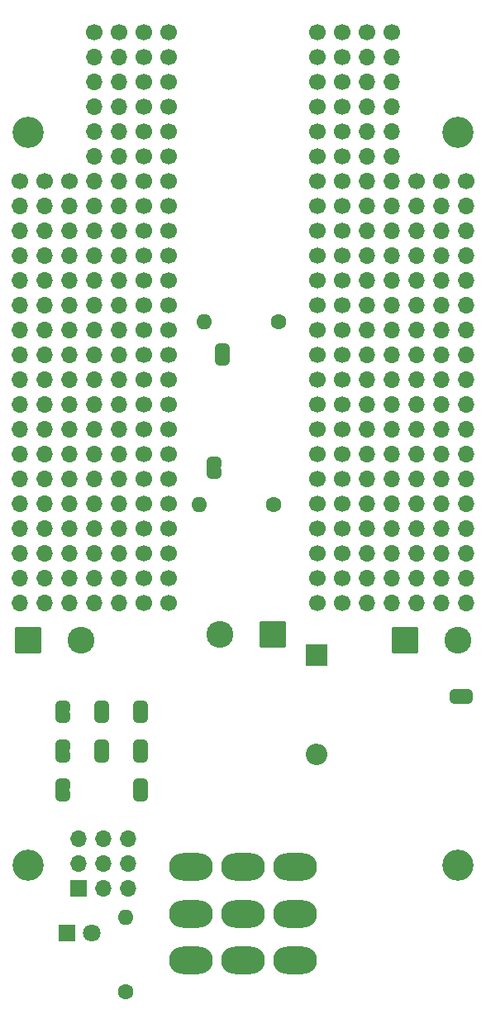
<source format=gbr>
%TF.GenerationSoftware,KiCad,Pcbnew,9.0.1*%
%TF.CreationDate,2025-05-21T23:19:58+01:00*%
%TF.ProjectId,stomp_01,73746f6d-705f-4303-912e-6b696361645f,rev?*%
%TF.SameCoordinates,Original*%
%TF.FileFunction,Soldermask,Bot*%
%TF.FilePolarity,Negative*%
%FSLAX46Y46*%
G04 Gerber Fmt 4.6, Leading zero omitted, Abs format (unit mm)*
G04 Created by KiCad (PCBNEW 9.0.1) date 2025-05-21 23:19:58*
%MOMM*%
%LPD*%
G01*
G04 APERTURE LIST*
G04 Aperture macros list*
%AMRoundRect*
0 Rectangle with rounded corners*
0 $1 Rounding radius*
0 $2 $3 $4 $5 $6 $7 $8 $9 X,Y pos of 4 corners*
0 Add a 4 corners polygon primitive as box body*
4,1,4,$2,$3,$4,$5,$6,$7,$8,$9,$2,$3,0*
0 Add four circle primitives for the rounded corners*
1,1,$1+$1,$2,$3*
1,1,$1+$1,$4,$5*
1,1,$1+$1,$6,$7*
1,1,$1+$1,$8,$9*
0 Add four rect primitives between the rounded corners*
20,1,$1+$1,$2,$3,$4,$5,0*
20,1,$1+$1,$4,$5,$6,$7,0*
20,1,$1+$1,$6,$7,$8,$9,0*
20,1,$1+$1,$8,$9,$2,$3,0*%
%AMFreePoly0*
4,1,23,0.500000,-0.750000,0.000000,-0.750000,0.000000,-0.745722,-0.065263,-0.745722,-0.191342,-0.711940,-0.304381,-0.646677,-0.396677,-0.554381,-0.461940,-0.441342,-0.495722,-0.315263,-0.495722,-0.250000,-0.500000,-0.250000,-0.500000,0.250000,-0.495722,0.250000,-0.495722,0.315263,-0.461940,0.441342,-0.396677,0.554381,-0.304381,0.646677,-0.191342,0.711940,-0.065263,0.745722,0.000000,0.745722,
0.000000,0.750000,0.500000,0.750000,0.500000,-0.750000,0.500000,-0.750000,$1*%
%AMFreePoly1*
4,1,23,0.000000,0.745722,0.065263,0.745722,0.191342,0.711940,0.304381,0.646677,0.396677,0.554381,0.461940,0.441342,0.495722,0.315263,0.495722,0.250000,0.500000,0.250000,0.500000,-0.250000,0.495722,-0.250000,0.495722,-0.315263,0.461940,-0.441342,0.396677,-0.554381,0.304381,-0.646677,0.191342,-0.711940,0.065263,-0.745722,0.000000,-0.745722,0.000000,-0.750000,-0.500000,-0.750000,
-0.500000,0.750000,0.000000,0.750000,0.000000,0.745722,0.000000,0.745722,$1*%
G04 Aperture macros list end*
%ADD10C,1.700000*%
%ADD11O,1.700000X1.700000*%
%ADD12C,1.600000*%
%ADD13O,1.600000X1.600000*%
%ADD14C,3.200000*%
%ADD15RoundRect,0.250000X-1.125000X-1.125000X1.125000X-1.125000X1.125000X1.125000X-1.125000X1.125000X0*%
%ADD16C,2.750000*%
%ADD17RoundRect,0.250000X1.125000X1.125000X-1.125000X1.125000X-1.125000X-1.125000X1.125000X-1.125000X0*%
%ADD18R,1.700000X1.700000*%
%ADD19R,2.200000X2.200000*%
%ADD20O,2.200000X2.200000*%
%ADD21R,1.800000X1.800000*%
%ADD22C,1.800000*%
%ADD23O,4.500000X2.800000*%
%ADD24FreePoly0,270.000000*%
%ADD25FreePoly1,270.000000*%
%ADD26FreePoly0,0.000000*%
%ADD27FreePoly1,0.000000*%
%ADD28FreePoly0,90.000000*%
%ADD29FreePoly1,90.000000*%
G04 APERTURE END LIST*
%TO.C,JP6*%
G36*
X89750000Y-122200000D02*
G01*
X91250000Y-122200000D01*
X91250000Y-122500000D01*
X89750000Y-122500000D01*
X89750000Y-122200000D01*
G37*
%TO.C,JP7*%
G36*
X89750000Y-118200000D02*
G01*
X91250000Y-118200000D01*
X91250000Y-118500000D01*
X89750000Y-118500000D01*
X89750000Y-118200000D01*
G37*
%TO.C,JP11*%
G36*
X127200000Y-117500000D02*
G01*
X127500000Y-117500000D01*
X127500000Y-116000000D01*
X127200000Y-116000000D01*
X127200000Y-117500000D01*
G37*
%TO.C,JP9*%
G36*
X95250000Y-122500000D02*
G01*
X93750000Y-122500000D01*
X93750000Y-122200000D01*
X95250000Y-122200000D01*
X95250000Y-122500000D01*
G37*
%TO.C,JP10*%
G36*
X95250000Y-118500000D02*
G01*
X93750000Y-118500000D01*
X93750000Y-118200000D01*
X95250000Y-118200000D01*
X95250000Y-118500000D01*
G37*
%TO.C,JP5*%
G36*
X85750000Y-118200000D02*
G01*
X87250000Y-118200000D01*
X87250000Y-118500000D01*
X85750000Y-118500000D01*
X85750000Y-118200000D01*
G37*
%TO.C,JP8*%
G36*
X95250000Y-126500000D02*
G01*
X93750000Y-126500000D01*
X93750000Y-126200000D01*
X95250000Y-126200000D01*
X95250000Y-126500000D01*
G37*
%TO.C,JP2*%
G36*
X103650000Y-81900000D02*
G01*
X102150000Y-81900000D01*
X102150000Y-81600000D01*
X103650000Y-81600000D01*
X103650000Y-81900000D01*
G37*
%TO.C,JP3*%
G36*
X85750000Y-126200000D02*
G01*
X87250000Y-126200000D01*
X87250000Y-126500000D01*
X85750000Y-126500000D01*
X85750000Y-126200000D01*
G37*
%TO.C,JP4*%
G36*
X85750000Y-122200000D02*
G01*
X87250000Y-122200000D01*
X87250000Y-122500000D01*
X85750000Y-122500000D01*
X85750000Y-122200000D01*
G37*
%TO.C,JP1*%
G36*
X101250000Y-93200000D02*
G01*
X102750000Y-93200000D01*
X102750000Y-93500000D01*
X101250000Y-93500000D01*
X101250000Y-93200000D01*
G37*
%TD*%
D10*
%TO.C,J10*%
X127860000Y-64030000D03*
D11*
X127860000Y-66570000D03*
X127860000Y-69110000D03*
X127860000Y-71650000D03*
X127860000Y-74190000D03*
X127860000Y-76730000D03*
X127860000Y-79270000D03*
X127860000Y-81810000D03*
X127860000Y-84350000D03*
X127860000Y-86890000D03*
X127860000Y-89430000D03*
X127860000Y-91970000D03*
X127860000Y-94510000D03*
X127860000Y-97050000D03*
X127860000Y-99590000D03*
X127860000Y-102130000D03*
X127860000Y-104670000D03*
X127860000Y-107210000D03*
%TD*%
D10*
%TO.C,J3*%
X87218145Y-64031512D03*
D11*
X87218145Y-66571512D03*
X87218145Y-69111512D03*
X87218145Y-71651512D03*
X87218145Y-74191512D03*
X87218145Y-76731512D03*
X87218145Y-79271512D03*
X87218145Y-81811512D03*
X87218145Y-84351512D03*
X87218145Y-86891512D03*
X87218145Y-89431512D03*
X87218145Y-91971512D03*
X87218145Y-94511512D03*
X87218145Y-97051512D03*
X87218145Y-99591512D03*
X87218145Y-102131512D03*
X87218145Y-104671512D03*
X87218145Y-107211512D03*
%TD*%
D10*
%TO.C,J5*%
X92298145Y-48791512D03*
D11*
X92298145Y-51331512D03*
X92298145Y-53871512D03*
X92298145Y-56411512D03*
X92298145Y-58951512D03*
X92298145Y-61491512D03*
X92298145Y-64031512D03*
X92298145Y-66571512D03*
X92298145Y-69111512D03*
X92298145Y-71651512D03*
X92298145Y-74191512D03*
X92298145Y-76731512D03*
X92298145Y-79271512D03*
X92298145Y-81811512D03*
X92298145Y-84351512D03*
X92298145Y-86891512D03*
X92298145Y-89431512D03*
X92298145Y-91971512D03*
X92298145Y-94511512D03*
X92298145Y-97051512D03*
X92298145Y-99591512D03*
X92298145Y-102131512D03*
X92298145Y-104671512D03*
X92298145Y-107211512D03*
%TD*%
D12*
%TO.C,R25*%
X93000000Y-147000000D03*
D13*
X93000000Y-139380000D03*
%TD*%
D14*
%TO.C,H4*%
X127000000Y-134000000D03*
%TD*%
D10*
%TO.C,J4*%
X89758145Y-48791512D03*
D11*
X89758145Y-51331512D03*
X89758145Y-53871512D03*
X89758145Y-56411512D03*
X89758145Y-58951512D03*
X89758145Y-61491512D03*
X89758145Y-64031512D03*
X89758145Y-66571512D03*
X89758145Y-69111512D03*
X89758145Y-71651512D03*
X89758145Y-74191512D03*
X89758145Y-76731512D03*
X89758145Y-79271512D03*
X89758145Y-81811512D03*
X89758145Y-84351512D03*
X89758145Y-86891512D03*
X89758145Y-89431512D03*
X89758145Y-91971512D03*
X89758145Y-94511512D03*
X89758145Y-97051512D03*
X89758145Y-99591512D03*
X89758145Y-102131512D03*
X89758145Y-104671512D03*
X89758145Y-107211512D03*
%TD*%
D15*
%TO.C,J15*%
X83000000Y-111000000D03*
D16*
X88400000Y-111000000D03*
%TD*%
D10*
%TO.C,J2*%
X84678145Y-64031512D03*
D11*
X84678145Y-66571512D03*
X84678145Y-69111512D03*
X84678145Y-71651512D03*
X84678145Y-74191512D03*
X84678145Y-76731512D03*
X84678145Y-79271512D03*
X84678145Y-81811512D03*
X84678145Y-84351512D03*
X84678145Y-86891512D03*
X84678145Y-89431512D03*
X84678145Y-91971512D03*
X84678145Y-94511512D03*
X84678145Y-97051512D03*
X84678145Y-99591512D03*
X84678145Y-102131512D03*
X84678145Y-104671512D03*
X84678145Y-107211512D03*
%TD*%
D17*
%TO.C,J11*%
X108000000Y-110400000D03*
D16*
X102600000Y-110400000D03*
%TD*%
D10*
%TO.C,J9*%
X125320000Y-64030000D03*
D11*
X125320000Y-66570000D03*
X125320000Y-69110000D03*
X125320000Y-71650000D03*
X125320000Y-74190000D03*
X125320000Y-76730000D03*
X125320000Y-79270000D03*
X125320000Y-81810000D03*
X125320000Y-84350000D03*
X125320000Y-86890000D03*
X125320000Y-89430000D03*
X125320000Y-91970000D03*
X125320000Y-94510000D03*
X125320000Y-97050000D03*
X125320000Y-99590000D03*
X125320000Y-102130000D03*
X125320000Y-104670000D03*
X125320000Y-107210000D03*
%TD*%
D10*
%TO.C,J8*%
X122780000Y-64030000D03*
D11*
X122780000Y-66570000D03*
X122780000Y-69110000D03*
X122780000Y-71650000D03*
X122780000Y-74190000D03*
X122780000Y-76730000D03*
X122780000Y-79270000D03*
X122780000Y-81810000D03*
X122780000Y-84350000D03*
X122780000Y-86890000D03*
X122780000Y-89430000D03*
X122780000Y-91970000D03*
X122780000Y-94510000D03*
X122780000Y-97050000D03*
X122780000Y-99590000D03*
X122780000Y-102130000D03*
X122780000Y-104670000D03*
X122780000Y-107210000D03*
%TD*%
D10*
%TO.C,J7*%
X120240000Y-48790000D03*
D11*
X120240000Y-51330000D03*
X120240000Y-53870000D03*
X120240000Y-56410000D03*
X120240000Y-58950000D03*
X120240000Y-61490000D03*
X120240000Y-64030000D03*
X120240000Y-66570000D03*
X120240000Y-69110000D03*
X120240000Y-71650000D03*
X120240000Y-74190000D03*
X120240000Y-76730000D03*
X120240000Y-79270000D03*
X120240000Y-81810000D03*
X120240000Y-84350000D03*
X120240000Y-86890000D03*
X120240000Y-89430000D03*
X120240000Y-91970000D03*
X120240000Y-94510000D03*
X120240000Y-97050000D03*
X120240000Y-99590000D03*
X120240000Y-102130000D03*
X120240000Y-104670000D03*
X120240000Y-107210000D03*
%TD*%
D18*
%TO.C,J13*%
X88160000Y-136440000D03*
D11*
X88160000Y-133900000D03*
X88160000Y-131360000D03*
X90700000Y-136440000D03*
X90700000Y-133900000D03*
X90700000Y-131360000D03*
X93240000Y-136440000D03*
X93240000Y-133900000D03*
X93240000Y-131360000D03*
%TD*%
D10*
%TO.C,J6*%
X117700000Y-48790000D03*
D11*
X117700000Y-51330000D03*
X117700000Y-53870000D03*
X117700000Y-56410000D03*
X117700000Y-58950000D03*
X117700000Y-61490000D03*
X117700000Y-64030000D03*
X117700000Y-66570000D03*
X117700000Y-69110000D03*
X117700000Y-71650000D03*
X117700000Y-74190000D03*
X117700000Y-76730000D03*
X117700000Y-79270000D03*
X117700000Y-81810000D03*
X117700000Y-84350000D03*
X117700000Y-86890000D03*
X117700000Y-89430000D03*
X117700000Y-91970000D03*
X117700000Y-94510000D03*
X117700000Y-97050000D03*
X117700000Y-99590000D03*
X117700000Y-102130000D03*
X117700000Y-104670000D03*
X117700000Y-107210000D03*
%TD*%
D14*
%TO.C,H2*%
X127000000Y-59000000D03*
%TD*%
D15*
%TO.C,J14*%
X121600000Y-111000000D03*
D16*
X127000000Y-111000000D03*
%TD*%
D14*
%TO.C,H1*%
X83000000Y-59000000D03*
%TD*%
D10*
%TO.C,U1*%
X97380000Y-48790000D03*
X94840000Y-48790000D03*
X97380000Y-51330000D03*
X94840000Y-51330000D03*
X97380000Y-53870000D03*
X94840000Y-53870000D03*
X97380000Y-56410000D03*
X94840000Y-56410000D03*
X97380000Y-58950000D03*
X94840000Y-58950000D03*
X97380000Y-61490000D03*
X94840000Y-61490000D03*
X97380000Y-64030000D03*
X94840000Y-64030000D03*
X97380000Y-66570000D03*
X94840000Y-66570000D03*
X97380000Y-69110000D03*
X94840000Y-69110000D03*
X97380000Y-71650000D03*
X94840000Y-71650000D03*
X97380000Y-74190000D03*
X94840000Y-74190000D03*
X97380000Y-76730000D03*
X94840000Y-76730000D03*
X97380000Y-79270000D03*
X94840000Y-79270000D03*
X97380000Y-81810000D03*
X94840000Y-81810000D03*
X97380000Y-84350000D03*
X94840000Y-84350000D03*
X97380000Y-86890000D03*
X94840000Y-86890000D03*
X97380000Y-89430000D03*
X94840000Y-89430000D03*
X97380000Y-91970000D03*
X94840000Y-91970000D03*
X97380000Y-94510000D03*
X94840000Y-94510000D03*
X97380000Y-97050000D03*
X94840000Y-97050000D03*
X97380000Y-99590000D03*
X94840000Y-99590000D03*
X97380000Y-102130000D03*
X94840000Y-102130000D03*
X97380000Y-104670000D03*
X94840000Y-104670000D03*
X97380000Y-107210000D03*
X94840000Y-107210000D03*
X115160000Y-107210000D03*
X112620000Y-107210000D03*
X115160000Y-104670000D03*
X112620000Y-104670000D03*
X115160000Y-102130000D03*
X112620000Y-102130000D03*
X115160000Y-99590000D03*
X112620000Y-99590000D03*
X115160000Y-97050000D03*
X112620000Y-97050000D03*
X115160000Y-94510000D03*
X112620000Y-94510000D03*
X115160000Y-91970000D03*
X112620000Y-91970000D03*
X115160000Y-89430000D03*
X112620000Y-89430000D03*
X115160000Y-86890000D03*
X112620000Y-86890000D03*
X115160000Y-84350000D03*
X112620000Y-84350000D03*
X115160000Y-81810000D03*
X112620000Y-81810000D03*
X115160000Y-79270000D03*
X112620000Y-79270000D03*
X115160000Y-76730000D03*
X112620000Y-76730000D03*
X115160000Y-74190000D03*
X112620000Y-74190000D03*
X115160000Y-71650000D03*
X112620000Y-71650000D03*
X115160000Y-69110000D03*
X112620000Y-69110000D03*
X115160000Y-66570000D03*
X112620000Y-66570000D03*
X115160000Y-64030000D03*
X112620000Y-64030000D03*
X115160000Y-61490000D03*
X112620000Y-61490000D03*
X115160000Y-58950000D03*
X112620000Y-58950000D03*
X115160000Y-56410000D03*
X112620000Y-56410000D03*
X115160000Y-53870000D03*
X112620000Y-53870000D03*
X115160000Y-51330000D03*
X112620000Y-51330000D03*
X115160000Y-48790000D03*
X112620000Y-48790000D03*
%TD*%
D19*
%TO.C,D1*%
X112550000Y-112500000D03*
D20*
X112550000Y-122660000D03*
%TD*%
D21*
%TO.C,D5*%
X87000000Y-141000000D03*
D22*
X89540000Y-141000000D03*
%TD*%
D23*
%TO.C,SW1*%
X99700000Y-143800000D03*
X99700000Y-139000000D03*
X99700000Y-134200000D03*
X105000000Y-143800000D03*
X105000000Y-139000000D03*
X105000000Y-134200000D03*
X110300000Y-143800000D03*
X110300000Y-139000000D03*
X110300000Y-134200000D03*
%TD*%
D14*
%TO.C,H3*%
X83000000Y-134000000D03*
%TD*%
D10*
%TO.C,J1*%
X82138145Y-64031512D03*
D11*
X82138145Y-66571512D03*
X82138145Y-69111512D03*
X82138145Y-71651512D03*
X82138145Y-74191512D03*
X82138145Y-76731512D03*
X82138145Y-79271512D03*
X82138145Y-81811512D03*
X82138145Y-84351512D03*
X82138145Y-86891512D03*
X82138145Y-89431512D03*
X82138145Y-91971512D03*
X82138145Y-94511512D03*
X82138145Y-97051512D03*
X82138145Y-99591512D03*
X82138145Y-102131512D03*
X82138145Y-104671512D03*
X82138145Y-107211512D03*
%TD*%
D24*
%TO.C,JP6*%
X90500000Y-121700000D03*
D25*
X90500000Y-123000000D03*
%TD*%
D24*
%TO.C,JP7*%
X90500000Y-117700000D03*
D25*
X90500000Y-119000000D03*
%TD*%
D26*
%TO.C,JP11*%
X126700000Y-116750000D03*
D27*
X128000000Y-116750000D03*
%TD*%
D28*
%TO.C,JP9*%
X94500000Y-123000000D03*
D29*
X94500000Y-121700000D03*
%TD*%
D28*
%TO.C,JP10*%
X94500000Y-119000000D03*
D29*
X94500000Y-117700000D03*
%TD*%
D24*
%TO.C,JP5*%
X86500000Y-117700000D03*
D25*
X86500000Y-119000000D03*
%TD*%
D28*
%TO.C,JP8*%
X94500000Y-127000000D03*
D29*
X94500000Y-125700000D03*
%TD*%
D28*
%TO.C,JP2*%
X102900000Y-82400000D03*
D29*
X102900000Y-81100000D03*
%TD*%
D24*
%TO.C,JP3*%
X86500000Y-125700000D03*
D25*
X86500000Y-127000000D03*
%TD*%
D12*
%TO.C,R14*%
X108600000Y-78400000D03*
D13*
X100980000Y-78400000D03*
%TD*%
D24*
%TO.C,JP4*%
X86500000Y-121700000D03*
D25*
X86500000Y-123000000D03*
%TD*%
D24*
%TO.C,JP1*%
X102000000Y-92700000D03*
D25*
X102000000Y-94000000D03*
%TD*%
D12*
%TO.C,R12*%
X108110000Y-97100000D03*
D13*
X100490000Y-97100000D03*
%TD*%
M02*

</source>
